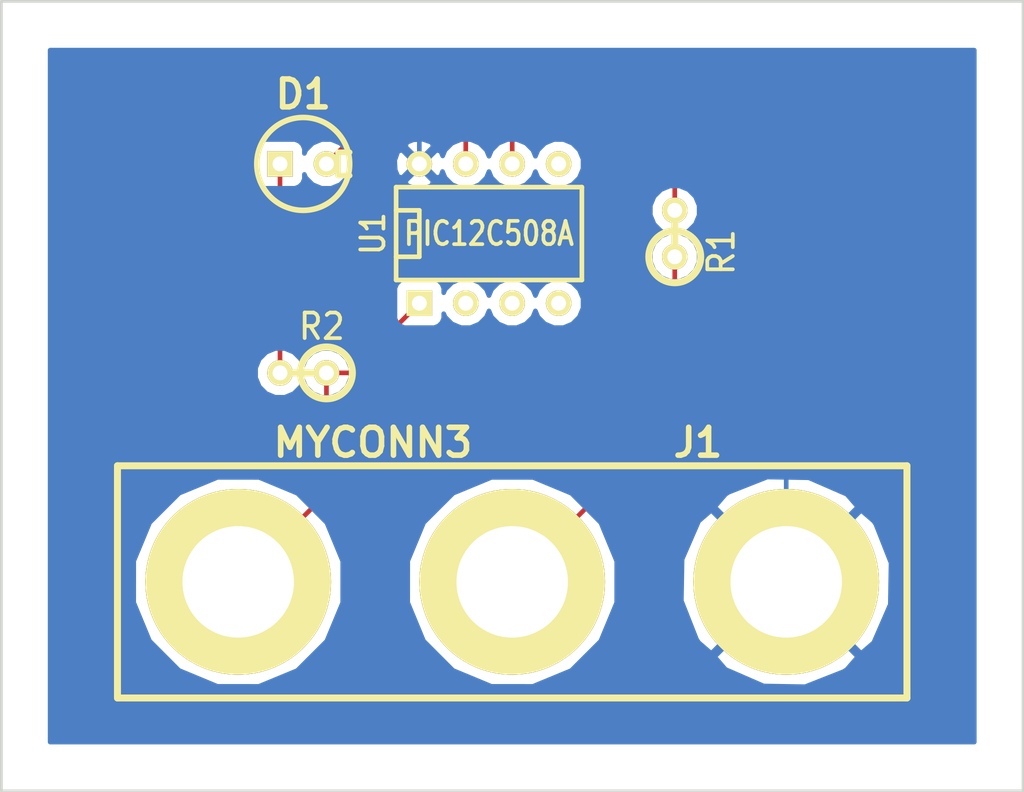
<source format=kicad_pcb>
(kicad_pcb (version 3) (host pcbnew "(2013-june-11)-stable")

  (general
    (links 7)
    (no_connects 0)
    (area 187.884999 109.144999 243.915001 152.475001)
    (thickness 1.6)
    (drawings 4)
    (tracks 19)
    (zones 0)
    (modules 5)
    (nets 7)
  )

  (page A3)
  (layers
    (15 F.Cu signal)
    (0 B.Cu signal)
    (16 B.Adhes user)
    (17 F.Adhes user)
    (18 B.Paste user)
    (19 F.Paste user)
    (20 B.SilkS user)
    (21 F.SilkS user)
    (22 B.Mask user)
    (23 F.Mask user)
    (24 Dwgs.User user)
    (25 Cmts.User user)
    (26 Eco1.User user)
    (27 Eco2.User user)
    (28 Edge.Cuts user)
  )

  (setup
    (last_trace_width 0.254)
    (trace_clearance 0.254)
    (zone_clearance 0.508)
    (zone_45_only no)
    (trace_min 0.254)
    (segment_width 0.2)
    (edge_width 0.15)
    (via_size 0.889)
    (via_drill 0.635)
    (via_min_size 0.889)
    (via_min_drill 0.508)
    (uvia_size 0.508)
    (uvia_drill 0.127)
    (uvias_allowed no)
    (uvia_min_size 0.508)
    (uvia_min_drill 0.127)
    (pcb_text_width 0.3)
    (pcb_text_size 1 1)
    (mod_edge_width 0.15)
    (mod_text_size 1 1)
    (mod_text_width 0.15)
    (pad_size 1 1)
    (pad_drill 0.6)
    (pad_to_mask_clearance 0)
    (aux_axis_origin 0 0)
    (visible_elements FFFFFFBF)
    (pcbplotparams
      (layerselection 3178497)
      (usegerberextensions true)
      (excludeedgelayer true)
      (linewidth 0.150000)
      (plotframeref false)
      (viasonmask false)
      (mode 1)
      (useauxorigin false)
      (hpglpennumber 1)
      (hpglpenspeed 20)
      (hpglpendiameter 15)
      (hpglpenoverlay 2)
      (psnegative false)
      (psa4output false)
      (plotreference true)
      (plotvalue true)
      (plotothertext true)
      (plotinvisibletext false)
      (padsonsilk false)
      (subtractmaskfromsilk false)
      (outputformat 1)
      (mirror false)
      (drillshape 1)
      (scaleselection 1)
      (outputdirectory ""))
  )

  (net 0 "")
  (net 1 /INPUT)
  (net 2 /INPUTtoR)
  (net 3 /LEDtoR)
  (net 4 /uCtoLED)
  (net 5 GND)
  (net 6 VCC)

  (net_class Default "This is the default net class."
    (clearance 0.254)
    (trace_width 0.254)
    (via_dia 0.889)
    (via_drill 0.635)
    (uvia_dia 0.508)
    (uvia_drill 0.127)
    (add_net "")
    (add_net /INPUT)
    (add_net /INPUTtoR)
    (add_net /LEDtoR)
    (add_net /uCtoLED)
    (add_net GND)
    (add_net VCC)
  )

  (module R1 (layer F.Cu) (tedit 200000) (tstamp 52784857)
    (at 204.47 129.54 180)
    (descr "Resistance verticale")
    (tags R)
    (path /52782A72)
    (autoplace_cost90 10)
    (autoplace_cost180 10)
    (fp_text reference R2 (at -1.016 2.54 180) (layer F.SilkS)
      (effects (font (size 1.397 1.27) (thickness 0.2032)))
    )
    (fp_text value 1K (at -1.143 2.54 180) (layer F.SilkS) hide
      (effects (font (size 1.397 1.27) (thickness 0.2032)))
    )
    (fp_line (start -1.27 0) (end 1.27 0) (layer F.SilkS) (width 0.381))
    (fp_circle (center -1.27 0) (end -0.635 1.27) (layer F.SilkS) (width 0.381))
    (pad 1 thru_hole circle (at -1.27 0 180) (size 1.397 1.397) (drill 0.8128)
      (layers *.Cu *.Mask F.SilkS)
      (net 6 VCC)
    )
    (pad 2 thru_hole circle (at 1.27 0 180) (size 1.397 1.397) (drill 0.8128)
      (layers *.Cu *.Mask F.SilkS)
      (net 3 /LEDtoR)
    )
    (model discret/verti_resistor.wrl
      (at (xyz 0 0 0))
      (scale (xyz 1 1 1))
      (rotate (xyz 0 0 0))
    )
  )

  (module R1 (layer F.Cu) (tedit 200000) (tstamp 5278485F)
    (at 224.79 121.92 90)
    (descr "Resistance verticale")
    (tags R)
    (path /52782B1E)
    (autoplace_cost90 10)
    (autoplace_cost180 10)
    (fp_text reference R1 (at -1.016 2.54 90) (layer F.SilkS)
      (effects (font (size 1.397 1.27) (thickness 0.2032)))
    )
    (fp_text value 100 (at -1.143 2.54 90) (layer F.SilkS) hide
      (effects (font (size 1.397 1.27) (thickness 0.2032)))
    )
    (fp_line (start -1.27 0) (end 1.27 0) (layer F.SilkS) (width 0.381))
    (fp_circle (center -1.27 0) (end -0.635 1.27) (layer F.SilkS) (width 0.381))
    (pad 1 thru_hole circle (at -1.27 0 90) (size 1.397 1.397) (drill 0.8128)
      (layers *.Cu *.Mask F.SilkS)
      (net 2 /INPUTtoR)
    )
    (pad 2 thru_hole circle (at 1.27 0 90) (size 1.397 1.397) (drill 0.8128)
      (layers *.Cu *.Mask F.SilkS)
      (net 1 /INPUT)
    )
    (model discret/verti_resistor.wrl
      (at (xyz 0 0 0))
      (scale (xyz 1 1 1))
      (rotate (xyz 0 0 0))
    )
  )

  (module LEDV (layer F.Cu) (tedit 200000) (tstamp 52784869)
    (at 204.47 118.11)
    (descr "Led verticale diam 6mm")
    (tags "LED DEV")
    (path /52782BE7)
    (fp_text reference D1 (at 0 -3.81) (layer F.SilkS)
      (effects (font (size 1.524 1.524) (thickness 0.3048)))
    )
    (fp_text value LED (at 0 -3.81) (layer F.SilkS) hide
      (effects (font (size 1.524 1.524) (thickness 0.3048)))
    )
    (fp_circle (center 0 0) (end -2.54 0) (layer F.SilkS) (width 0.3048))
    (fp_line (start 2.54 -0.635) (end 1.905 -0.635) (layer F.SilkS) (width 0.3048))
    (fp_line (start 1.905 -0.635) (end 1.905 0.635) (layer F.SilkS) (width 0.3048))
    (fp_line (start 1.905 0.635) (end 2.54 0.635) (layer F.SilkS) (width 0.3048))
    (pad 1 thru_hole rect (at -1.27 0) (size 1.397 1.397) (drill 0.8128)
      (layers *.Cu *.Mask F.SilkS)
      (net 3 /LEDtoR)
    )
    (pad 2 thru_hole circle (at 1.27 0) (size 1.397 1.397) (drill 0.8128)
      (layers *.Cu *.Mask F.SilkS)
      (net 4 /uCtoLED)
    )
    (model discret/led5_vertical.wrl
      (at (xyz 0 0 0))
      (scale (xyz 1 1 1))
      (rotate (xyz 0 0 0))
    )
  )

  (module DIP-8__300 (layer F.Cu) (tedit 43A7F843) (tstamp 5278487C)
    (at 214.63 121.92)
    (descr "8 pins DIL package, round pads")
    (tags DIL)
    (path /52782B9E)
    (fp_text reference U1 (at -6.35 0 90) (layer F.SilkS)
      (effects (font (size 1.27 1.143) (thickness 0.2032)))
    )
    (fp_text value PIC12C508A (at 0 0) (layer F.SilkS)
      (effects (font (size 1.27 1.016) (thickness 0.2032)))
    )
    (fp_line (start -5.08 -1.27) (end -3.81 -1.27) (layer F.SilkS) (width 0.254))
    (fp_line (start -3.81 -1.27) (end -3.81 1.27) (layer F.SilkS) (width 0.254))
    (fp_line (start -3.81 1.27) (end -5.08 1.27) (layer F.SilkS) (width 0.254))
    (fp_line (start -5.08 -2.54) (end 5.08 -2.54) (layer F.SilkS) (width 0.254))
    (fp_line (start 5.08 -2.54) (end 5.08 2.54) (layer F.SilkS) (width 0.254))
    (fp_line (start 5.08 2.54) (end -5.08 2.54) (layer F.SilkS) (width 0.254))
    (fp_line (start -5.08 2.54) (end -5.08 -2.54) (layer F.SilkS) (width 0.254))
    (pad 1 thru_hole rect (at -3.81 3.81) (size 1.397 1.397) (drill 0.8128)
      (layers *.Cu *.Mask F.SilkS)
      (net 6 VCC)
    )
    (pad 2 thru_hole circle (at -1.27 3.81) (size 1.397 1.397) (drill 0.8128)
      (layers *.Cu *.Mask F.SilkS)
    )
    (pad 3 thru_hole circle (at 1.27 3.81) (size 1.397 1.397) (drill 0.8128)
      (layers *.Cu *.Mask F.SilkS)
    )
    (pad 4 thru_hole circle (at 3.81 3.81) (size 1.397 1.397) (drill 0.8128)
      (layers *.Cu *.Mask F.SilkS)
    )
    (pad 5 thru_hole circle (at 3.81 -3.81) (size 1.397 1.397) (drill 0.8128)
      (layers *.Cu *.Mask F.SilkS)
    )
    (pad 6 thru_hole circle (at 1.27 -3.81) (size 1.397 1.397) (drill 0.8128)
      (layers *.Cu *.Mask F.SilkS)
      (net 1 /INPUT)
    )
    (pad 7 thru_hole circle (at -1.27 -3.81) (size 1.397 1.397) (drill 0.8128)
      (layers *.Cu *.Mask F.SilkS)
      (net 4 /uCtoLED)
    )
    (pad 8 thru_hole circle (at -3.81 -3.81) (size 1.397 1.397) (drill 0.8128)
      (layers *.Cu *.Mask F.SilkS)
      (net 5 GND)
    )
    (model dil/dil_8.wrl
      (at (xyz 0 0 0))
      (scale (xyz 1 1 1))
      (rotate (xyz 0 0 0))
    )
  )

  (module 3PIN_6mm (layer F.Cu) (tedit 200000) (tstamp 52784887)
    (at 215.9 140.97)
    (descr "module 2 pin (trou 6 mm)")
    (tags DEV)
    (path /52782E02)
    (fp_text reference J1 (at 10.16 -7.62) (layer F.SilkS)
      (effects (font (size 1.524 1.524) (thickness 0.3048)))
    )
    (fp_text value MYCONN3 (at -7.62 -7.62) (layer F.SilkS)
      (effects (font (size 1.524 1.524) (thickness 0.3048)))
    )
    (fp_line (start -21.59 -6.35) (end 21.59 -6.35) (layer F.SilkS) (width 0.381))
    (fp_line (start 21.59 -6.35) (end 21.59 6.35) (layer F.SilkS) (width 0.381))
    (fp_line (start 21.59 6.35) (end -21.59 6.35) (layer F.SilkS) (width 0.381))
    (fp_line (start -21.59 6.35) (end -21.59 -6.35) (layer F.SilkS) (width 0.381))
    (pad 1 thru_hole circle (at -14.986 0) (size 10.16 10.16) (drill 6.096)
      (layers *.Cu *.Mask F.SilkS)
      (net 6 VCC)
    )
    (pad 3 thru_hole circle (at 14.986 0) (size 10.16 10.16) (drill 6.096)
      (layers *.Cu *.Mask F.SilkS)
      (net 5 GND)
    )
    (pad 2 thru_hole circle (at 0 0) (size 10.16 10.16) (drill 6.096)
      (layers *.Cu *.Mask F.SilkS)
      (net 2 /INPUTtoR)
    )
    (model "device/douille_4mm(black).wrl"
      (at (xyz 0 0 0))
      (scale (xyz 1.8 1.8 1.8))
      (rotate (xyz 0 0 0))
    )
    (model "device/douille_4mm(red).wrl"
      (at (xyz -0.59 0 0))
      (scale (xyz 1.8 1.8 1.8))
      (rotate (xyz 0 0 0))
    )
    (model "device/douille_4mm(green).wrl"
      (at (xyz 0.59 0 0))
      (scale (xyz 1.8 1.8 1.8))
      (rotate (xyz 0 0 0))
    )
  )

  (gr_line (start 243.84 109.22) (end 187.96 109.22) (angle 90) (layer Edge.Cuts) (width 0.15))
  (gr_line (start 243.84 152.4) (end 243.84 109.22) (angle 90) (layer Edge.Cuts) (width 0.15))
  (gr_line (start 187.96 152.4) (end 243.84 152.4) (angle 90) (layer Edge.Cuts) (width 0.15))
  (gr_line (start 187.96 109.22) (end 187.96 152.4) (angle 90) (layer Edge.Cuts) (width 0.15))

  (segment (start 224.79 120.65) (end 224.79 118.11) (width 0.254) (layer F.Cu) (net 1) (status 400000))
  (segment (start 215.9 115.57) (end 215.9 118.11) (width 0.254) (layer F.Cu) (net 1) (tstamp 52784AF4) (status 800000))
  (segment (start 222.25 115.57) (end 215.9 115.57) (width 0.254) (layer F.Cu) (net 1) (tstamp 52784AF2))
  (segment (start 224.79 118.11) (end 222.25 115.57) (width 0.254) (layer F.Cu) (net 1) (tstamp 52784AEE))
  (segment (start 224.79 123.19) (end 224.79 132.08) (width 0.254) (layer F.Cu) (net 2) (status 400000))
  (segment (start 224.79 132.08) (end 215.9 140.97) (width 0.254) (layer F.Cu) (net 2) (tstamp 52784ADB) (status 800000))
  (segment (start 203.2 118.11) (end 203.2 129.54) (width 0.254) (layer F.Cu) (net 3) (status C00000))
  (segment (start 213.36 118.11) (end 213.36 115.57) (width 0.254) (layer F.Cu) (net 4) (status 400000))
  (segment (start 208.28 115.57) (end 205.74 118.11) (width 0.254) (layer F.Cu) (net 4) (tstamp 52784AE4) (status 800000))
  (segment (start 213.36 115.57) (end 208.28 115.57) (width 0.254) (layer F.Cu) (net 4) (tstamp 52784AE1))
  (segment (start 210.82 118.11) (end 210.82 114.3) (width 0.254) (layer B.Cu) (net 5) (status 400000))
  (segment (start 230.886 117.856) (end 230.886 140.97) (width 0.254) (layer B.Cu) (net 5) (tstamp 52784B16) (status 800000))
  (segment (start 226.06 113.03) (end 230.886 117.856) (width 0.254) (layer B.Cu) (net 5) (tstamp 52784B14))
  (segment (start 212.09 113.03) (end 226.06 113.03) (width 0.254) (layer B.Cu) (net 5) (tstamp 52784B0E))
  (segment (start 210.82 114.3) (end 212.09 113.03) (width 0.254) (layer B.Cu) (net 5) (tstamp 52784B05))
  (segment (start 205.74 129.54) (end 207.01 129.54) (width 0.254) (layer F.Cu) (net 6) (status 400000))
  (segment (start 207.01 129.54) (end 210.82 125.73) (width 0.254) (layer F.Cu) (net 6) (tstamp 52784AD7) (status 800000))
  (segment (start 205.74 129.54) (end 205.74 136.144) (width 0.254) (layer F.Cu) (net 6) (status 400000))
  (segment (start 205.74 136.144) (end 200.914 140.97) (width 0.254) (layer F.Cu) (net 6) (tstamp 52784ACE) (status 800000))

  (zone (net 5) (net_name GND) (layer B.Cu) (tstamp 52784B2F) (hatch edge 0.508)
    (connect_pads (clearance 0.508))
    (min_thickness 0.254)
    (fill (arc_segments 16) (thermal_gap 0.508) (thermal_bridge_width 0.508))
    (polygon
      (pts
        (xy 190.5 111.76) (xy 241.3 111.76) (xy 241.3 149.86) (xy 190.5 149.86)
      )
    )
    (filled_polygon
      (pts
        (xy 241.173 149.733) (xy 236.619988 149.733) (xy 236.619988 139.933241) (xy 235.786764 137.817857) (xy 235.67364 137.648557)
        (xy 234.982828 137.052777) (xy 234.803223 137.232382) (xy 234.803223 136.873172) (xy 234.207443 136.18236) (xy 232.122462 135.275736)
        (xy 229.849241 135.236012) (xy 227.733857 136.069236) (xy 227.564557 136.18236) (xy 226.968777 136.873172) (xy 230.886 140.790395)
        (xy 234.803223 136.873172) (xy 234.803223 137.232382) (xy 231.065605 140.97) (xy 234.982828 144.887223) (xy 235.67364 144.291443)
        (xy 236.580264 142.206462) (xy 236.619988 139.933241) (xy 236.619988 149.733) (xy 234.803223 149.733) (xy 234.803223 145.066828)
        (xy 230.886 141.149605) (xy 230.706395 141.32921) (xy 230.706395 140.97) (xy 226.789172 137.052777) (xy 226.12373 137.626677)
        (xy 226.12373 122.925914) (xy 225.921145 122.43562) (xy 225.546353 122.060174) (xy 225.208551 121.919906) (xy 225.54438 121.781145)
        (xy 225.919826 121.406353) (xy 226.123267 120.916413) (xy 226.12373 120.385914) (xy 225.921145 119.89562) (xy 225.546353 119.520174)
        (xy 225.056413 119.316733) (xy 224.525914 119.31627) (xy 224.03562 119.518855) (xy 223.660174 119.893647) (xy 223.456733 120.383587)
        (xy 223.45627 120.914086) (xy 223.658855 121.40438) (xy 224.033647 121.779826) (xy 224.371448 121.920093) (xy 224.03562 122.058855)
        (xy 223.660174 122.433647) (xy 223.456733 122.923587) (xy 223.45627 123.454086) (xy 223.658855 123.94438) (xy 224.033647 124.319826)
        (xy 224.523587 124.523267) (xy 225.054086 124.52373) (xy 225.54438 124.321145) (xy 225.919826 123.946353) (xy 226.123267 123.456413)
        (xy 226.12373 122.925914) (xy 226.12373 137.626677) (xy 226.09836 137.648557) (xy 225.191736 139.733538) (xy 225.152012 142.006759)
        (xy 225.985236 144.122143) (xy 226.09836 144.291443) (xy 226.789172 144.887223) (xy 230.706395 140.97) (xy 230.706395 141.32921)
        (xy 226.968777 145.066828) (xy 227.564557 145.75764) (xy 229.649538 146.664264) (xy 231.922759 146.703988) (xy 234.038143 145.870764)
        (xy 234.207443 145.75764) (xy 234.803223 145.066828) (xy 234.803223 149.733) (xy 221.615989 149.733) (xy 221.615989 139.838204)
        (xy 220.747766 137.736942) (xy 219.77373 136.761204) (xy 219.77373 125.465914) (xy 219.77373 117.845914) (xy 219.571145 117.35562)
        (xy 219.196353 116.980174) (xy 218.706413 116.776733) (xy 218.175914 116.77627) (xy 217.68562 116.978855) (xy 217.310174 117.353647)
        (xy 217.169906 117.691448) (xy 217.031145 117.35562) (xy 216.656353 116.980174) (xy 216.166413 116.776733) (xy 215.635914 116.77627)
        (xy 215.14562 116.978855) (xy 214.770174 117.353647) (xy 214.629906 117.691448) (xy 214.491145 117.35562) (xy 214.116353 116.980174)
        (xy 213.626413 116.776733) (xy 213.095914 116.77627) (xy 212.60562 116.978855) (xy 212.230174 117.353647) (xy 212.096685 117.675122)
        (xy 211.989798 117.417072) (xy 211.754186 117.355419) (xy 211.574581 117.535024) (xy 211.574581 117.175814) (xy 211.512928 116.940202)
        (xy 211.01252 116.764076) (xy 210.482802 116.792854) (xy 210.127072 116.940202) (xy 210.065419 117.175814) (xy 210.82 117.930395)
        (xy 211.574581 117.175814) (xy 211.574581 117.535024) (xy 210.999605 118.11) (xy 211.754186 118.864581) (xy 211.989798 118.802928)
        (xy 212.088082 118.523683) (xy 212.228855 118.86438) (xy 212.603647 119.239826) (xy 213.093587 119.443267) (xy 213.624086 119.44373)
        (xy 214.11438 119.241145) (xy 214.489826 118.866353) (xy 214.630093 118.528551) (xy 214.768855 118.86438) (xy 215.143647 119.239826)
        (xy 215.633587 119.443267) (xy 216.164086 119.44373) (xy 216.65438 119.241145) (xy 217.029826 118.866353) (xy 217.170093 118.528551)
        (xy 217.308855 118.86438) (xy 217.683647 119.239826) (xy 218.173587 119.443267) (xy 218.704086 119.44373) (xy 219.19438 119.241145)
        (xy 219.569826 118.866353) (xy 219.773267 118.376413) (xy 219.77373 117.845914) (xy 219.77373 125.465914) (xy 219.571145 124.97562)
        (xy 219.196353 124.600174) (xy 218.706413 124.396733) (xy 218.175914 124.39627) (xy 217.68562 124.598855) (xy 217.310174 124.973647)
        (xy 217.169906 125.311448) (xy 217.031145 124.97562) (xy 216.656353 124.600174) (xy 216.166413 124.396733) (xy 215.635914 124.39627)
        (xy 215.14562 124.598855) (xy 214.770174 124.973647) (xy 214.629906 125.311448) (xy 214.491145 124.97562) (xy 214.116353 124.600174)
        (xy 213.626413 124.396733) (xy 213.095914 124.39627) (xy 212.60562 124.598855) (xy 212.230174 124.973647) (xy 212.15361 125.158033)
        (xy 212.15361 124.905745) (xy 212.057141 124.672271) (xy 211.878668 124.493487) (xy 211.645364 124.396611) (xy 211.574581 124.396549)
        (xy 211.574581 119.044186) (xy 210.82 118.289605) (xy 210.640395 118.46921) (xy 210.640395 118.11) (xy 209.885814 117.355419)
        (xy 209.650202 117.417072) (xy 209.474076 117.91748) (xy 209.502854 118.447198) (xy 209.650202 118.802928) (xy 209.885814 118.864581)
        (xy 210.640395 118.11) (xy 210.640395 118.46921) (xy 210.065419 119.044186) (xy 210.127072 119.279798) (xy 210.62748 119.455924)
        (xy 211.157198 119.427146) (xy 211.512928 119.279798) (xy 211.574581 119.044186) (xy 211.574581 124.396549) (xy 211.392745 124.39639)
        (xy 209.995745 124.39639) (xy 209.762271 124.492859) (xy 209.583487 124.671332) (xy 209.486611 124.904636) (xy 209.48639 125.157255)
        (xy 209.48639 126.554255) (xy 209.582859 126.787729) (xy 209.761332 126.966513) (xy 209.994636 127.063389) (xy 210.247255 127.06361)
        (xy 211.644255 127.06361) (xy 211.877729 126.967141) (xy 212.056513 126.788668) (xy 212.153389 126.555364) (xy 212.15361 126.302745)
        (xy 212.15361 126.302272) (xy 212.228855 126.48438) (xy 212.603647 126.859826) (xy 213.093587 127.063267) (xy 213.624086 127.06373)
        (xy 214.11438 126.861145) (xy 214.489826 126.486353) (xy 214.630093 126.148551) (xy 214.768855 126.48438) (xy 215.143647 126.859826)
        (xy 215.633587 127.063267) (xy 216.164086 127.06373) (xy 216.65438 126.861145) (xy 217.029826 126.486353) (xy 217.170093 126.148551)
        (xy 217.308855 126.48438) (xy 217.683647 126.859826) (xy 218.173587 127.063267) (xy 218.704086 127.06373) (xy 219.19438 126.861145)
        (xy 219.569826 126.486353) (xy 219.773267 125.996413) (xy 219.77373 125.465914) (xy 219.77373 136.761204) (xy 219.141514 136.127884)
        (xy 217.041771 135.255995) (xy 214.768204 135.254011) (xy 212.666942 136.122234) (xy 211.057884 137.728486) (xy 210.185995 139.828229)
        (xy 210.184011 142.101796) (xy 211.052234 144.203058) (xy 212.658486 145.812116) (xy 214.758229 146.684005) (xy 217.031796 146.685989)
        (xy 219.133058 145.817766) (xy 220.742116 144.211514) (xy 221.614005 142.111771) (xy 221.615989 139.838204) (xy 221.615989 149.733)
        (xy 207.07373 149.733) (xy 207.07373 129.275914) (xy 207.07373 117.845914) (xy 206.871145 117.35562) (xy 206.496353 116.980174)
        (xy 206.006413 116.776733) (xy 205.475914 116.77627) (xy 204.98562 116.978855) (xy 204.610174 117.353647) (xy 204.53361 117.538033)
        (xy 204.53361 117.285745) (xy 204.437141 117.052271) (xy 204.258668 116.873487) (xy 204.025364 116.776611) (xy 203.772745 116.77639)
        (xy 202.375745 116.77639) (xy 202.142271 116.872859) (xy 201.963487 117.051332) (xy 201.866611 117.284636) (xy 201.86639 117.537255)
        (xy 201.86639 118.934255) (xy 201.962859 119.167729) (xy 202.141332 119.346513) (xy 202.374636 119.443389) (xy 202.627255 119.44361)
        (xy 204.024255 119.44361) (xy 204.257729 119.347141) (xy 204.436513 119.168668) (xy 204.533389 118.935364) (xy 204.53361 118.682745)
        (xy 204.53361 118.682272) (xy 204.608855 118.86438) (xy 204.983647 119.239826) (xy 205.473587 119.443267) (xy 206.004086 119.44373)
        (xy 206.49438 119.241145) (xy 206.869826 118.866353) (xy 207.073267 118.376413) (xy 207.07373 117.845914) (xy 207.07373 129.275914)
        (xy 206.871145 128.78562) (xy 206.496353 128.410174) (xy 206.006413 128.206733) (xy 205.475914 128.20627) (xy 204.98562 128.408855)
        (xy 204.610174 128.783647) (xy 204.469906 129.121448) (xy 204.331145 128.78562) (xy 203.956353 128.410174) (xy 203.466413 128.206733)
        (xy 202.935914 128.20627) (xy 202.44562 128.408855) (xy 202.070174 128.783647) (xy 201.866733 129.273587) (xy 201.86627 129.804086)
        (xy 202.068855 130.29438) (xy 202.443647 130.669826) (xy 202.933587 130.873267) (xy 203.464086 130.87373) (xy 203.95438 130.671145)
        (xy 204.329826 130.296353) (xy 204.470093 129.958551) (xy 204.608855 130.29438) (xy 204.983647 130.669826) (xy 205.473587 130.873267)
        (xy 206.004086 130.87373) (xy 206.49438 130.671145) (xy 206.869826 130.296353) (xy 207.073267 129.806413) (xy 207.07373 129.275914)
        (xy 207.07373 149.733) (xy 206.629989 149.733) (xy 206.629989 139.838204) (xy 205.761766 137.736942) (xy 204.155514 136.127884)
        (xy 202.055771 135.255995) (xy 199.782204 135.254011) (xy 197.680942 136.122234) (xy 196.071884 137.728486) (xy 195.199995 139.828229)
        (xy 195.198011 142.101796) (xy 196.066234 144.203058) (xy 197.672486 145.812116) (xy 199.772229 146.684005) (xy 202.045796 146.685989)
        (xy 204.147058 145.817766) (xy 205.756116 144.211514) (xy 206.628005 142.111771) (xy 206.629989 139.838204) (xy 206.629989 149.733)
        (xy 190.627 149.733) (xy 190.627 111.887) (xy 241.173 111.887) (xy 241.173 149.733)
      )
    )
  )
)

</source>
